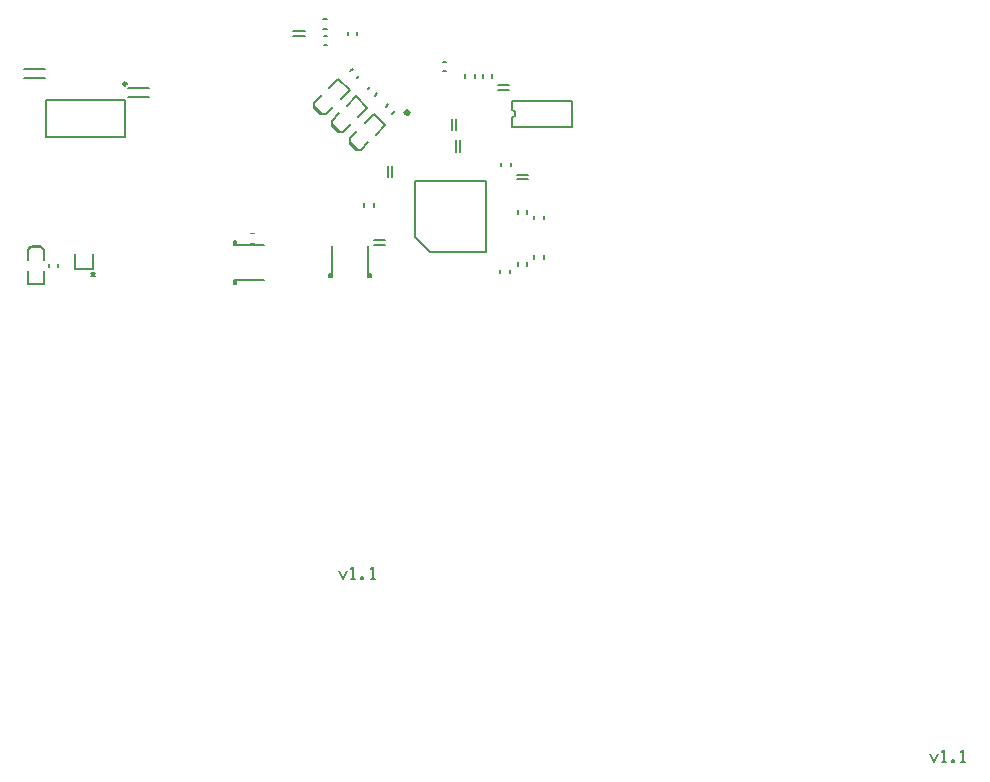
<source format=gto>
G04*
G04 #@! TF.GenerationSoftware,Altium Limited,Altium Designer,18.1.7 (191)*
G04*
G04 Layer_Color=65535*
%FSLAX43Y43*%
%MOMM*%
G71*
G01*
G75*
%ADD33C,0.200*%
%ADD50C,0.400*%
%ADD51C,0.250*%
%ADD52C,0.127*%
%ADD53C,0.102*%
D33*
X33200Y33366D02*
X33533Y32700D01*
X33866Y33366D01*
X34200Y32700D02*
X34533D01*
X34366D01*
Y33700D01*
X34200Y33533D01*
X35033Y32700D02*
Y32867D01*
X35199D01*
Y32700D01*
X35033D01*
X35866D02*
X36199D01*
X36032D01*
Y33700D01*
X35866Y33533D01*
X83200Y17866D02*
X83533Y17200D01*
X83866Y17866D01*
X84200Y17200D02*
X84533D01*
X84366D01*
Y18200D01*
X84200Y18033D01*
X85033Y17200D02*
Y17367D01*
X85199D01*
Y17200D01*
X85033D01*
X85866D02*
X86199D01*
X86032D01*
Y18200D01*
X85866Y18033D01*
X47800Y71783D02*
G03*
X47800Y72418I0J317D01*
G01*
X40870Y60360D02*
X45615D01*
Y66390D01*
X39585D02*
X45615D01*
X39585Y61645D02*
Y66390D01*
Y61645D02*
X40870Y60360D01*
X47800Y71010D02*
Y71783D01*
Y72418D02*
Y73190D01*
X52880D01*
Y71010D02*
Y73190D01*
X47800Y71010D02*
X52880D01*
X8350Y73250D02*
X15050D01*
X8350Y70150D02*
X15050D01*
Y73250D01*
X8350Y70150D02*
Y73250D01*
D50*
X39027Y72200D02*
G03*
X39027Y72200I-100J0D01*
G01*
D51*
X15175Y74625D02*
G03*
X15175Y74625I-125J0D01*
G01*
D52*
X29294Y79078D02*
X30246D01*
X29294Y78722D02*
X30246D01*
X37105Y72680D02*
X37320Y72895D01*
X37680Y72105D02*
X37895Y72320D01*
X31848Y80106D02*
X32152D01*
X31848Y79294D02*
X32152D01*
X31867Y77894D02*
X32171D01*
X31867Y78706D02*
X32171D01*
X43865Y75148D02*
Y75452D01*
X44677Y75148D02*
Y75452D01*
X46624Y74493D02*
X47576D01*
X46624Y74137D02*
X47576D01*
X46794Y58598D02*
Y58902D01*
X47606Y58598D02*
Y58902D01*
X48224Y66903D02*
X49176D01*
X48224Y66547D02*
X49176D01*
X34740Y69068D02*
X35023D01*
X34068Y69740D02*
X34740Y69068D01*
X34563D02*
X34811D01*
X34068Y69563D02*
Y69775D01*
Y69740D02*
Y70023D01*
X34705Y70659D01*
X35023Y69068D02*
X35659Y69704D01*
X36119Y72073D02*
X37073Y71119D01*
X35341Y71295D02*
X36119Y72073D01*
X36296Y70341D02*
X37073Y71119D01*
X34068Y69563D02*
X34563Y69068D01*
X34680Y75105D02*
X34895Y75320D01*
X34105Y75680D02*
X34320Y75895D01*
X36180Y73605D02*
X36395Y73820D01*
X35605Y74180D02*
X35820Y74395D01*
X45323Y75148D02*
Y75452D01*
X46135Y75148D02*
Y75452D01*
X41948Y76506D02*
X42252D01*
X41948Y75694D02*
X42252D01*
X33894Y78748D02*
Y79052D01*
X34706Y78748D02*
Y79052D01*
X24350Y57700D02*
Y58000D01*
X24450Y57700D02*
Y58000D01*
X24250Y57700D02*
X24450D01*
X24250Y61300D02*
X24450D01*
Y61000D02*
Y61300D01*
X24350Y61000D02*
Y61300D01*
X24250Y61000D02*
X26850D01*
X24250D02*
Y61300D01*
Y57700D02*
Y58000D01*
X26850D01*
X12350Y58350D02*
Y58650D01*
X12200D02*
X12350Y58350D01*
X12500Y58650D01*
X12200D02*
X12500D01*
X12200Y58350D02*
X12500D01*
X12350Y58925D02*
Y60185D01*
X10850Y58925D02*
Y60185D01*
Y58925D02*
X12350D01*
X32568Y71063D02*
X33063Y70568D01*
X34796Y71841D02*
X35573Y72619D01*
X33841Y72795D02*
X34619Y73573D01*
X35573Y72619D01*
X33523Y70568D02*
X34159Y71204D01*
X32568Y71523D02*
X33205Y72159D01*
X32568Y71240D02*
Y71523D01*
Y71063D02*
Y71275D01*
X33063Y70568D02*
X33311D01*
X32568Y71240D02*
X33240Y70568D01*
X33523D01*
X31068Y72563D02*
X31563Y72068D01*
X33295Y73341D02*
X34073Y74119D01*
X32341Y74296D02*
X33119Y75073D01*
X34073Y74119D01*
X32023Y72068D02*
X32659Y72705D01*
X31068Y73023D02*
X31705Y73659D01*
X31068Y72740D02*
Y73023D01*
Y72563D02*
Y72775D01*
X31563Y72068D02*
X31811D01*
X31068Y72740D02*
X31740Y72068D01*
X32023D01*
X43078Y70724D02*
Y71676D01*
X42722Y70724D02*
Y71676D01*
X6524Y75100D02*
X8276D01*
X6524Y75900D02*
X8276D01*
X15324Y74300D02*
X17076D01*
X15324Y73500D02*
X17076D01*
X7150Y60925D02*
X7850D01*
X6825Y57700D02*
Y58800D01*
X8175Y57700D02*
Y58800D01*
X6825Y57700D02*
X8175D01*
X6825Y59700D02*
Y60600D01*
X8175Y59700D02*
Y60600D01*
X7975Y60800D02*
X8175Y60600D01*
X7850Y60925D02*
X8000Y60775D01*
X6975Y60750D02*
X7150Y60925D01*
X7025Y60800D02*
X7975D01*
X6825Y60600D02*
X7025Y60800D01*
X8594Y59098D02*
Y59402D01*
X9406Y59098D02*
Y59402D01*
X35600Y58300D02*
Y60900D01*
Y58300D02*
X35900D01*
X32300D02*
X32600D01*
Y60900D01*
X32300Y58400D02*
X32600D01*
X32300Y58500D02*
X32600D01*
X32300Y58300D02*
Y58500D01*
X35900Y58300D02*
Y58500D01*
X35600D02*
X35900D01*
X35600Y58400D02*
X35900D01*
X36124Y61378D02*
X37076D01*
X36124Y61022D02*
X37076D01*
X35294Y64248D02*
Y64552D01*
X36106Y64248D02*
Y64552D01*
X48294Y63648D02*
Y63952D01*
X49106Y63648D02*
Y63952D01*
X37322Y66749D02*
Y67701D01*
X37678Y66749D02*
Y67701D01*
X50506Y63148D02*
Y63452D01*
X49694Y63148D02*
Y63452D01*
X43423Y68899D02*
Y69851D01*
X43067Y68899D02*
Y69851D01*
X50506Y59823D02*
Y60127D01*
X49694Y59823D02*
Y60127D01*
X46894Y67648D02*
Y67952D01*
X47706Y67648D02*
Y67952D01*
X48294Y59248D02*
Y59552D01*
X49106Y59248D02*
Y59552D01*
D53*
X25671Y61168D02*
X25975D01*
X25671Y61981D02*
X25975D01*
M02*

</source>
